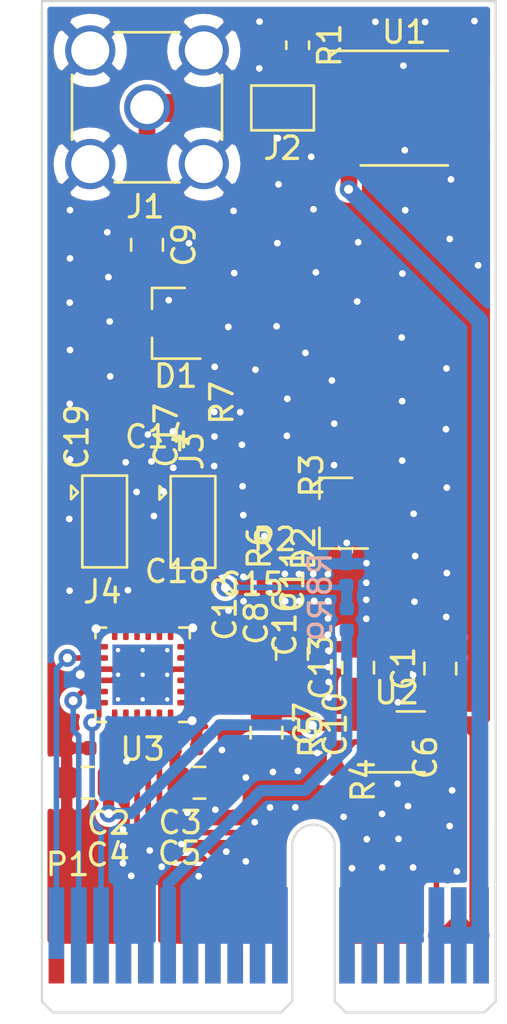
<source format=kicad_pcb>
(kicad_pcb (version 20171130) (host pcbnew 5.1.6)
  (layers (0 F.Cu signal) (31 B.Cu signal) (34 B.Paste user) (35 F.Paste user) (36 B.SilkS user) (37 F.SilkS user) (38 B.Mask user) (39 F.Mask user) (44 Edge.Cuts user))
  (net 0 "")
  (net 1 VCC)
  (net 2 "Net-(C6-Pad2)")
  (net 3 +24V)
  (net 4 VDD)
  (net 5 "Net-(R1-Pad1)")
  (net 6 /DREG)
  (net 7 /AREG)
  (net 8 /IN1P)
  (net 9 /IN1M)
  (net 10 /ENHANCE_AC)
  (net 11 /PPS_ATT)
  (net 12 /IN2P)
  (net 13 /IN2M)
  (net 14 /PPS)
  (net 15 /FSYNC)
  (net 16 /BCLK)
  (net 17 /SDOUT)
  (net 18 /SDA)
  (net 19 /SCL)
  (net 20 /SHDNZ)
  (net 21 GND)
  (net 22 /IEPE_OUT)
  (net 23 "Net-(C9-Pad1)")
  (net 24 "Net-(C12-Pad2)")
  (net 25 "Net-(C14-Pad1)")
  (net 26 "Net-(C15-Pad1)")
  (net 27 /ENHANCE_CH1)
  (net 28 /IEPE_OUT_ATT)
  (net 29 "Net-(J2-Pad1)")
  (net 30 "Net-(R4-Pad1)")
  (module Package_DFN_QFN:Texas_S-PWQFN-N24_EP2.7x2.7mm_ThermalVias (layer F.Cu) (at 137.30946 138.71812 180)
    (fp_text reference U3 (at 0 -3.32) (layer F.SilkS))
    (fp_text value TLV320ADC6140)
    (pad 25 smd rect (at 0 0 180) (size 2.7 2.7) (layers B.Cu) (net 21 GND))
    (pad 25 thru_hole circle (at 1.1 1.1 180) (size 0.5 0.5) (drill 0.2) (layers *.Cu) (net 21 GND))
    (pad 25 thru_hole circle (at 0 1.1 180) (size 0.5 0.5) (drill 0.2) (layers *.Cu) (net 21 GND))
    (pad 25 thru_hole circle (at -1.1 1.1 180) (size 0.5 0.5) (drill 0.2) (layers *.Cu) (net 21 GND))
    (pad 25 thru_hole circle (at 1.1 0 180) (size 0.5 0.5) (drill 0.2) (layers *.Cu) (net 21 GND))
    (pad 25 thru_hole circle (at 0 0 180) (size 0.5 0.5) (drill 0.2) (layers *.Cu) (net 21 GND))
    (pad 25 thru_hole circle (at -1.1 0 180) (size 0.5 0.5) (drill 0.2) (layers *.Cu) (net 21 GND))
    (pad 25 thru_hole circle (at 1.1 -1.1 180) (size 0.5 0.5) (drill 0.2) (layers *.Cu) (net 21 GND))
    (pad 25 thru_hole circle (at 0 -1.1 180) (size 0.5 0.5) (drill 0.2) (layers *.Cu) (net 21 GND))
    (pad 25 thru_hole circle (at -1.1 -1.1 180) (size 0.5 0.5) (drill 0.2) (layers *.Cu) (net 21 GND))
    (pad 25 smd rect (at 0 0 180) (size 2.7 2.7) (layers F.Cu F.Mask) (net 21 GND))
    (pad 24 smd roundrect (at -1.25 -1.9625 180) (size 0.25 0.825) (layers F.Cu F.Paste F.Mask) (net 6 /DREG))
    (pad 23 smd roundrect (at -0.75 -1.9625 180) (size 0.25 0.825) (layers F.Cu F.Paste F.Mask) (net 15 /FSYNC))
    (pad 22 smd roundrect (at -0.25 -1.9625 180) (size 0.25 0.825) (layers F.Cu F.Paste F.Mask) (net 16 /BCLK))
    (pad 21 smd roundrect (at 0.25 -1.9625 180) (size 0.25 0.825) (layers F.Cu F.Paste F.Mask) (net 17 /SDOUT))
    (pad 20 smd roundrect (at 0.75 -1.9625 180) (size 0.25 0.825) (layers F.Cu F.Paste F.Mask))
    (pad 19 smd roundrect (at 1.25 -1.9625 180) (size 0.25 0.825) (layers F.Cu F.Paste F.Mask) (net 4 VDD))
    (pad 18 smd roundrect (at 1.9625 -1.25 180) (size 0.825 0.25) (layers F.Cu F.Paste F.Mask) (net 18 /SDA))
    (pad 17 smd roundrect (at 1.9625 -0.75 180) (size 0.825 0.25) (layers F.Cu F.Paste F.Mask) (net 19 /SCL))
    (pad 16 smd roundrect (at 1.9625 -0.25 180) (size 0.825 0.25) (layers F.Cu F.Paste F.Mask) (net 21 GND))
    (pad 15 smd roundrect (at 1.9625 0.25 180) (size 0.825 0.25) (layers F.Cu F.Paste F.Mask) (net 21 GND))
    (pad 14 smd roundrect (at 1.9625 0.75 180) (size 0.825 0.25) (layers F.Cu F.Paste F.Mask) (net 20 /SHDNZ))
    (pad 13 smd roundrect (at 1.9625 1.25 180) (size 0.825 0.25) (layers F.Cu F.Paste F.Mask))
    (pad 12 smd roundrect (at 1.25 1.9625 180) (size 0.25 0.825) (layers F.Cu F.Paste F.Mask))
    (pad 11 smd roundrect (at 0.75 1.9625 180) (size 0.25 0.825) (layers F.Cu F.Paste F.Mask))
    (pad 10 smd roundrect (at 0.25 1.9625 180) (size 0.25 0.825) (layers F.Cu F.Paste F.Mask))
    (pad 9 smd roundrect (at -0.25 1.9625 180) (size 0.25 0.825) (layers F.Cu F.Paste F.Mask) (net 13 /IN2M))
    (pad 8 smd roundrect (at -0.75 1.9625 180) (size 0.25 0.825) (layers F.Cu F.Paste F.Mask) (net 12 /IN2P))
    (pad 7 smd roundrect (at -1.25 1.9625 180) (size 0.25 0.825) (layers F.Cu F.Paste F.Mask) (net 9 /IN1M))
    (pad 6 smd roundrect (at -1.9625 1.25 180) (size 0.825 0.25) (layers F.Cu F.Paste F.Mask) (net 8 /IN1P))
    (pad 5 smd roundrect (at -1.9625 0.75 180) (size 0.825 0.25) (layers F.Cu F.Paste F.Mask))
    (pad 4 smd roundrect (at -1.9625 0.25 180) (size 0.825 0.25) (layers F.Cu F.Paste F.Mask) (net 21 GND))
    (pad 3 smd roundrect (at -1.9625 -0.25 180) (size 0.825 0.25) (layers F.Cu F.Paste F.Mask) (net 24 "Net-(C12-Pad2)"))
    (pad 2 smd roundrect (at -1.9625 -0.75 180) (size 0.825 0.25) (layers F.Cu F.Paste F.Mask) (net 7 /AREG))
    (pad 1 smd roundrect (at -1.9625 -1.25 180) (size 0.825 0.25) (layers F.Cu F.Paste F.Mask) (net 4 VDD))
  )
  (module Resistor_SMD:R_0603_1608Metric (layer F.Cu) (at 144.2466 110.57626 270)
    (fp_text reference R1 (at 0 -1.43 90) (layer F.SilkS))
    (fp_text value 7)
    (pad 2 smd roundrect (at 0.7875 0 270) (size 0.875 0.95) (layers F.Cu F.Paste F.Mask) (net 29 "Net-(J2-Pad1)"))
    (pad 1 smd roundrect (at -0.7875 0 270) (size 0.875 0.95) (layers F.Cu F.Paste F.Mask) (net 5 "Net-(R1-Pad1)"))
  )
  (module Connector_PCBEdge:BUS_PCIexpress_x1 (layer F.Cu) (at 133.4516 150.368)
    (fp_text reference P1 (at 0.50292 -3.16992) (layer F.SilkS))
    (fp_text value CONN_36_P1.00_PCI)
    (fp_line (start 10.55 -4) (end 10.55 2.95) (layer Edge.Cuts) (width 0.1))
    (fp_line (start 12.45 -4) (end 12.45 2.95) (layer Edge.Cuts) (width 0.1))
    (fp_line (start -0.65 -4.95) (end -0.65 2.95) (layer Edge.Cuts) (width 0.1))
    (fp_line (start -0.15 3.45) (end 10.05 3.45) (layer Edge.Cuts) (width 0.1))
    (fp_line (start 19.65 -4.95) (end 19.65 2.95) (layer Edge.Cuts) (width 0.1))
    (fp_line (start 12.95 3.45) (end 19.15 3.45) (layer Edge.Cuts) (width 0.1))
    (fp_line (start -0.65 2.95) (end -0.15 3.45) (layer Edge.Cuts) (width 0.1))
    (fp_line (start 10.55 2.95) (end 10.05 3.45) (layer Edge.Cuts) (width 0.1))
    (fp_line (start 12.45 2.95) (end 12.95 3.45) (layer Edge.Cuts) (width 0.1))
    (fp_line (start 19.65 2.95) (end 19.15 3.45) (layer Edge.Cuts) (width 0.1))
    (fp_arc (start 11.5 -4) (end 12.45 -4) (angle -180) (layer Edge.Cuts) (width 0.1))
    (pad B1 connect rect (at 0 0) (size 0.7 4.3) (layers F.Cu F.Mask) (net 21 GND))
    (pad B2 connect rect (at 1 0) (size 0.7 4.3) (layers F.Cu F.Mask) (net 21 GND))
    (pad B3 connect rect (at 2 0) (size 0.7 4.3) (layers F.Cu F.Mask) (net 21 GND))
    (pad B4 connect rect (at 3 0) (size 0.7 4.3) (layers F.Cu F.Mask) (net 21 GND))
    (pad B5 connect rect (at 4 0) (size 0.7 4.3) (layers F.Cu F.Mask) (net 17 /SDOUT))
    (pad B6 connect rect (at 5 0) (size 0.7 4.3) (layers F.Cu F.Mask) (net 21 GND))
    (pad B7 connect rect (at 6 0) (size 0.7 4.3) (layers F.Cu F.Mask) (net 21 GND))
    (pad B8 connect rect (at 7 0) (size 0.7 4.3) (layers F.Cu F.Mask) (net 16 /BCLK))
    (pad B9 connect rect (at 8 0) (size 0.7 4.3) (layers F.Cu F.Mask) (net 21 GND))
    (pad B10 connect rect (at 9 0) (size 0.7 4.3) (layers F.Cu F.Mask) (net 21 GND))
    (pad B11 connect rect (at 10 0) (size 0.7 4.3) (layers F.Cu F.Mask) (net 15 /FSYNC))
    (pad B14 connect rect (at 15 0) (size 0.7 4.3) (layers F.Cu F.Mask) (net 21 GND))
    (pad B15 connect rect (at 16 0) (size 0.7 4.3) (layers F.Cu F.Mask) (net 21 GND))
    (pad B16 connect rect (at 17 0) (size 0.7 4.3) (layers F.Cu F.Mask) (net 1 VCC))
    (pad B17 connect rect (at 18 -0.55) (size 0.7 3.2) (layers F.Cu F.Mask) (net 1 VCC))
    (pad B18 connect rect (at 19 0) (size 0.7 4.3) (layers F.Cu F.Mask) (net 1 VCC))
    (pad B12 connect rect (at 13 0) (size 0.7 4.3) (layers F.Cu F.Mask) (net 21 GND))
    (pad B13 connect rect (at 14 0) (size 0.7 4.3) (layers F.Cu F.Mask) (net 21 GND))
    (pad A1 connect rect (at 0 -0.55) (size 0.7 3.2) (layers B.Cu B.Mask) (net 20 /SHDNZ))
    (pad A2 connect rect (at 1 0) (size 0.7 4.3) (layers B.Cu B.Mask) (net 19 /SCL))
    (pad A3 connect rect (at 2 0) (size 0.7 4.3) (layers B.Cu B.Mask) (net 18 /SDA))
    (pad A4 connect rect (at 3 0) (size 0.7 4.3) (layers B.Cu B.Mask) (net 21 GND))
    (pad A5 connect rect (at 4 0) (size 0.7 4.3) (layers B.Cu B.Mask) (net 21 GND))
    (pad A6 connect rect (at 5 0) (size 0.7 4.3) (layers B.Cu B.Mask) (net 14 /PPS))
    (pad A7 connect rect (at 6 0) (size 0.7 4.3) (layers B.Cu B.Mask) (net 21 GND))
    (pad A8 connect rect (at 7 0) (size 0.7 4.3) (layers B.Cu B.Mask) (net 21 GND))
    (pad A9 connect rect (at 8 0) (size 0.7 4.3) (layers B.Cu B.Mask) (net 21 GND))
    (pad A10 connect rect (at 9 0) (size 0.7 4.3) (layers B.Cu B.Mask) (net 21 GND))
    (pad A11 connect rect (at 10 0) (size 0.7 4.3) (layers B.Cu B.Mask) (net 21 GND))
    (pad A14 connect rect (at 15 0) (size 0.7 4.3) (layers B.Cu B.Mask) (net 21 GND))
    (pad A15 connect rect (at 16 0) (size 0.7 4.3) (layers B.Cu B.Mask) (net 21 GND))
    (pad A16 connect rect (at 17 0) (size 0.7 4.3) (layers B.Cu B.Mask) (net 3 +24V))
    (pad A17 connect rect (at 18 0) (size 0.7 4.3) (layers B.Cu B.Mask) (net 3 +24V))
    (pad A18 connect rect (at 19 0) (size 0.7 4.3) (layers B.Cu B.Mask) (net 3 +24V))
    (pad A12 connect rect (at 13 0) (size 0.7 4.3) (layers B.Cu B.Mask) (net 21 GND))
    (pad A13 connect rect (at 14 0) (size 0.7 4.3) (layers B.Cu B.Mask) (net 21 GND))
  )
  (module Package_DFN_QFN:Texas_S-PDSO-N10_EP1.2x2mm (layer F.Cu) (at 148.67824 141.71688)
    (fp_text reference U2 (at 0 -2.2) (layer F.SilkS))
    (fp_text value TPS7A90)
    (pad 11 smd rect (at 0 0) (size 1.2 2) (layers F.Cu F.Mask) (net 21 GND))
    (pad 10 smd roundrect (at 1.2125 -1) (size 0.825 0.25) (layers F.Cu F.Paste F.Mask) (net 1 VCC))
    (pad 9 smd roundrect (at 1.2125 -0.5) (size 0.825 0.25) (layers F.Cu F.Paste F.Mask) (net 1 VCC))
    (pad 8 smd roundrect (at 1.2125 0) (size 0.825 0.25) (layers F.Cu F.Paste F.Mask) (net 2 "Net-(C6-Pad2)"))
    (pad 7 smd roundrect (at 1.2125 0.5) (size 0.825 0.25) (layers F.Cu F.Paste F.Mask) (net 1 VCC))
    (pad 6 smd roundrect (at 1.2125 1) (size 0.825 0.25) (layers F.Cu F.Paste F.Mask) (net 1 VCC))
    (pad 5 smd roundrect (at -1.2125 1) (size 0.825 0.25) (layers F.Cu F.Paste F.Mask))
    (pad 4 smd roundrect (at -1.2125 0.5) (size 0.825 0.25) (layers F.Cu F.Paste F.Mask) (net 21 GND))
    (pad 3 smd roundrect (at -1.2125 0) (size 0.825 0.25) (layers F.Cu F.Paste F.Mask) (net 30 "Net-(R4-Pad1)"))
    (pad 2 smd roundrect (at -1.2125 -0.5) (size 0.825 0.25) (layers F.Cu F.Paste F.Mask) (net 4 VDD))
    (pad 1 smd roundrect (at -1.2125 -1) (size 0.825 0.25) (layers F.Cu F.Paste F.Mask) (net 4 VDD))
  )
  (module Resistor_SMD:R_0402_1005Metric (layer F.Cu) (at 143.69796 133.0222 90)
    (fp_text reference R6 (at 0 -1.17 90) (layer F.SilkS))
    (fp_text value 33.2)
    (pad 2 smd roundrect (at 0.485 0 90) (size 0.59 0.64) (layers F.Cu F.Paste F.Mask) (net 28 /IEPE_OUT_ATT))
    (pad 1 smd roundrect (at -0.485 0 90) (size 0.59 0.64) (layers F.Cu F.Paste F.Mask) (net 26 "Net-(C15-Pad1)"))
  )
  (module Resistor_SMD:R_0402_1005Metric (layer F.Cu) (at 146.00428 141.46036 90)
    (fp_text reference R5 (at 0 -1.17 90) (layer F.SilkS))
    (fp_text value 3.57k)
    (pad 2 smd roundrect (at 0.485 0 90) (size 0.59 0.64) (layers F.Cu F.Paste F.Mask) (net 4 VDD))
    (pad 1 smd roundrect (at -0.485 0 90) (size 0.59 0.64) (layers F.Cu F.Paste F.Mask) (net 30 "Net-(R4-Pad1)"))
  )
  (module Resistor_SMD:R_0402_1005Metric (layer F.Cu) (at 146.00428 143.43112 270)
    (fp_text reference R4 (at 0 -1.17 90) (layer F.SilkS))
    (fp_text value 1.15k)
    (pad 2 smd roundrect (at 0.485 0 270) (size 0.59 0.64) (layers F.Cu F.Paste F.Mask) (net 21 GND))
    (pad 1 smd roundrect (at -0.485 0 270) (size 0.59 0.64) (layers F.Cu F.Paste F.Mask) (net 30 "Net-(R4-Pad1)"))
  )
  (module Resistor_SMD:R_0402_1005Metric (layer F.Cu) (at 143.69796 129.80924 270)
    (fp_text reference R3 (at 0 -1.17 90) (layer F.SilkS))
    (fp_text value 750)
    (pad 2 smd roundrect (at 0.485 0 270) (size 0.59 0.64) (layers F.Cu F.Paste F.Mask) (net 28 /IEPE_OUT_ATT))
    (pad 1 smd roundrect (at -0.485 0 270) (size 0.59 0.64) (layers F.Cu F.Paste F.Mask) (net 21 GND))
  )
  (module Resistor_SMD:R_0402_1005Metric (layer F.Cu) (at 143.21296 131.4958 180)
    (fp_text reference R2 (at 0 -1.17) (layer F.SilkS))
    (fp_text value 1000)
    (pad 2 smd roundrect (at 0.485 0 180) (size 0.59 0.64) (layers F.Cu F.Paste F.Mask) (net 22 /IEPE_OUT))
    (pad 1 smd roundrect (at -0.485 0 180) (size 0.59 0.64) (layers F.Cu F.Paste F.Mask) (net 28 /IEPE_OUT_ATT))
  )
  (module Jumper:SolderJumper-2_P1.3mm_Bridged_Pad1.0x1.5mm (layer F.Cu) (at 143.5712 113.38052 180)
    (fp_text reference J2 (at 0 -1.8) (layer F.SilkS))
    (fp_text value Conn_01x02_Female)
    (fp_poly (pts (xy -0.25 -0.3) (xy 0.25 -0.3) (xy 0.25 0.3) (xy -0.25 0.3)) (layer F.Cu) (width 0))
    (pad 2 smd rect (at 0.65 0 180) (size 1 1.5) (layers F.Cu F.Mask) (net 23 "Net-(C9-Pad1)"))
    (pad 1 smd rect (at -0.65 0 180) (size 1 1.5) (layers F.Cu F.Mask) (net 29 "Net-(J2-Pad1)"))
  )
  (module Capacitor_SMD:C_0402_1005Metric (layer F.Cu) (at 142.17664 133.5024 180)
    (fp_text reference C15 (at 0 -1.17) (layer F.SilkS))
    (fp_text value 200nF)
    (pad 2 smd roundrect (at 0.485 0 180) (size 0.59 0.64) (layers F.Cu F.Paste F.Mask) (net 21 GND))
    (pad 1 smd roundrect (at -0.485 0 180) (size 0.59 0.64) (layers F.Cu F.Paste F.Mask) (net 26 "Net-(C15-Pad1)"))
  )
  (module Capacitor_SMD:C_0805_2012Metric (layer F.Cu) (at 146.94916 138.4023 90)
    (fp_text reference C13 (at 0.01294 -1.65 90) (layer F.SilkS))
    (fp_text value 10uF)
    (pad 2 smd roundrect (at 0.9375 0 90) (size 0.975 1.4) (layers F.Cu F.Paste F.Mask) (net 21 GND))
    (pad 1 smd roundrect (at -0.9375 0 90) (size 0.975 1.4) (layers F.Cu F.Paste F.Mask) (net 4 VDD))
  )
  (module Capacitor_SMD:C_0805_2012Metric (layer F.Cu) (at 137.50544 119.49952 270)
    (fp_text reference C9 (at 0 -1.65 90) (layer F.SilkS))
    (fp_text value 4.7uF)
    (pad 2 smd roundrect (at 0.9375 0 270) (size 0.975 1.4) (layers F.Cu F.Paste F.Mask) (net 22 /IEPE_OUT))
    (pad 1 smd roundrect (at -0.9375 0 270) (size 0.975 1.4) (layers F.Cu F.Paste F.Mask) (net 23 "Net-(C9-Pad1)"))
  )
  (module Capacitor_SMD:C_0402_1005Metric (layer F.Cu) (at 151.13 142.4154 90)
    (fp_text reference C6 (at 0 -1.17 90) (layer F.SilkS))
    (fp_text value 1uF)
    (pad 2 smd roundrect (at 0.485 0 90) (size 0.59 0.64) (layers F.Cu F.Paste F.Mask) (net 2 "Net-(C6-Pad2)"))
    (pad 1 smd roundrect (at -0.485 0 90) (size 0.59 0.64) (layers F.Cu F.Paste F.Mask) (net 21 GND))
  )
  (module Capacitor_SMD:C_0805_2012Metric (layer F.Cu) (at 150.62708 138.44246 90)
    (fp_text reference C1 (at 0 -1.65 90) (layer F.SilkS))
    (fp_text value 10uF)
    (pad 2 smd roundrect (at 0.9375 0 90) (size 0.975 1.4) (layers F.Cu F.Paste F.Mask) (net 21 GND))
    (pad 1 smd roundrect (at -0.9375 0 90) (size 0.975 1.4) (layers F.Cu F.Paste F.Mask) (net 1 VCC))
  )
  (module Package_TO_SOT_SMD:SOT-23 (layer F.Cu) (at 138.4902 123.00712 180)
    (fp_text reference D1 (at -0.3048 -2.3622) (layer F.SilkS))
    (fp_text value BAT54S)
    (pad 3 smd rect (at 1 0 180) (size 0.9 0.8) (layers F.Cu F.Paste F.Mask) (net 22 /IEPE_OUT))
    (pad 2 smd rect (at -1 0.95 180) (size 0.9 0.8) (layers F.Cu F.Paste F.Mask) (net 4 VDD))
    (pad 1 smd rect (at -1 -0.95 180) (size 0.9 0.8) (layers F.Cu F.Paste F.Mask) (net 21 GND))
  )
  (module Connector_Coaxial:SMA_Amphenol_901-144_Vertical (layer F.Cu) (at 137.50544 113.35004)
    (fp_text reference J1 (at -0.0762 4.445) (layer F.SilkS))
    (fp_text value Conn_Coaxial_inv)
    (pad 1 thru_hole circle (at 0 0) (size 2.05 2.05) (drill 1.5) (layers *.Cu *.Mask) (net 23 "Net-(C9-Pad1)"))
    (pad 2 thru_hole circle (at 2.54 2.54) (size 2.25 2.25) (drill 1.7) (layers *.Cu *.Mask) (net 21 GND))
    (pad 2 thru_hole circle (at 2.54 -2.54) (size 2.25 2.25) (drill 1.7) (layers *.Cu *.Mask) (net 21 GND))
    (pad 2 thru_hole circle (at -2.54 -2.54) (size 2.25 2.25) (drill 1.7) (layers *.Cu *.Mask) (net 21 GND))
    (pad 2 thru_hole circle (at -2.54 2.54) (size 2.25 2.25) (drill 1.7) (layers *.Cu *.Mask) (net 21 GND))
  )
  (module Capacitor_SMD:C_0402_1005Metric (layer F.Cu) (at 135.4352 141.99616)
    (fp_text reference C2 (at 0.3532 3.3528) (layer F.SilkS))
    (fp_text value 0.1uF)
    (pad 2 smd roundrect (at 0.485 0) (size 0.59 0.64) (layers F.Cu F.Paste F.Mask) (net 4 VDD))
    (pad 1 smd roundrect (at -0.485 0) (size 0.59 0.64) (layers F.Cu F.Paste F.Mask) (net 21 GND))
  )
  (module Capacitor_SMD:C_0402_1005Metric (layer F.Cu) (at 139.2452 141.99616 180)
    (fp_text reference C3 (at 0.2564 -3.3274) (layer F.SilkS))
    (fp_text value 0.1uF)
    (pad 2 smd roundrect (at 0.485 0 180) (size 0.59 0.64) (layers F.Cu F.Paste F.Mask) (net 6 /DREG))
    (pad 1 smd roundrect (at -0.485 0 180) (size 0.59 0.64) (layers F.Cu F.Paste F.Mask) (net 21 GND))
  )
  (module Capacitor_SMD:C_0805_2012Metric (layer F.Cu) (at 134.8509 143.54556 180)
    (fp_text reference C4 (at -0.9121 -3.2258) (layer F.SilkS))
    (fp_text value 10uF)
    (pad 2 smd roundrect (at 0.9375 0 180) (size 0.975 1.4) (layers F.Cu F.Paste F.Mask) (net 21 GND))
    (pad 1 smd roundrect (at -0.9375 0 180) (size 0.975 1.4) (layers F.Cu F.Paste F.Mask) (net 4 VDD))
  )
  (module Capacitor_SMD:C_0805_2012Metric (layer F.Cu) (at 139.8501 143.54556)
    (fp_text reference C5 (at -0.8867 3.1496) (layer F.SilkS))
    (fp_text value 10uF)
    (pad 2 smd roundrect (at 0.9375 0) (size 0.975 1.4) (layers F.Cu F.Paste F.Mask) (net 21 GND))
    (pad 1 smd roundrect (at -0.9375 0) (size 0.975 1.4) (layers F.Cu F.Paste F.Mask) (net 6 /DREG))
  )
  (module Capacitor_SMD:C_0402_1005Metric (layer F.Cu) (at 140.9192 140.67296 90)
    (fp_text reference C7 (at -0.231 3.683 90) (layer F.SilkS))
    (fp_text value 0.1uF)
    (pad 2 smd roundrect (at 0.485 0 90) (size 0.59 0.64) (layers F.Cu F.Paste F.Mask) (net 4 VDD))
    (pad 1 smd roundrect (at -0.485 0 90) (size 0.59 0.64) (layers F.Cu F.Paste F.Mask) (net 21 GND))
  )
  (module Capacitor_SMD:C_0402_1005Metric (layer F.Cu) (at 142.367 138.38696 270)
    (fp_text reference C8 (at -1.9788 -0.0254 90) (layer F.SilkS))
    (fp_text value 0.1uF)
    (pad 2 smd roundrect (at 0.485 0 270) (size 0.59 0.64) (layers F.Cu F.Paste F.Mask) (net 7 /AREG))
    (pad 1 smd roundrect (at -0.485 0 270) (size 0.59 0.64) (layers F.Cu F.Paste F.Mask) (net 21 GND))
  )
  (module Capacitor_SMD:C_0805_2012Metric (layer F.Cu) (at 142.8496 141.30806 270)
    (fp_text reference C10 (at -0.3787 -3.0734 90) (layer F.SilkS))
    (fp_text value 1uF)
    (pad 2 smd roundrect (at 0.9375 0 270) (size 0.975 1.4) (layers F.Cu F.Paste F.Mask) (net 21 GND))
    (pad 1 smd roundrect (at -0.9375 0 270) (size 0.975 1.4) (layers F.Cu F.Paste F.Mask) (net 4 VDD))
  )
  (module Capacitor_SMD:C_0402_1005Metric (layer F.Cu) (at 137.97012 126.90856 180)
    (fp_text reference C14 (at 0 -1.17) (layer F.SilkS))
    (fp_text value 200nF)
    (pad 2 smd roundrect (at 0.485 0 180) (size 0.59 0.64) (layers F.Cu F.Paste F.Mask) (net 21 GND))
    (pad 1 smd roundrect (at -0.485 0 180) (size 0.59 0.64) (layers F.Cu F.Paste F.Mask) (net 25 "Net-(C14-Pad1)"))
  )
  (module Capacitor_SMD:C_0805_2012Metric (layer F.Cu) (at 143.9926 137.78206 90)
    (fp_text reference C11 (at 3.3043 0.0254 90) (layer F.SilkS))
    (fp_text value 10uF)
    (pad 2 smd roundrect (at 0.9375 0 90) (size 0.975 1.4) (layers F.Cu F.Paste F.Mask) (net 21 GND))
    (pad 1 smd roundrect (at -0.9375 0 90) (size 0.975 1.4) (layers F.Cu F.Paste F.Mask) (net 7 /AREG))
  )
  (module Capacitor_SMD:C_0402_1005Metric (layer F.Cu) (at 140.9192 138.29016 270)
    (fp_text reference C12 (at -2.5424 -0.0762 90) (layer F.SilkS))
    (fp_text value 1uF)
    (pad 2 smd roundrect (at 0.485 0 270) (size 0.59 0.64) (layers F.Cu F.Paste F.Mask) (net 24 "Net-(C12-Pad2)"))
    (pad 1 smd roundrect (at -0.485 0 270) (size 0.59 0.64) (layers F.Cu F.Paste F.Mask) (net 21 GND))
  )
  (module Capacitor_SMD:C_0402_1005Metric (layer F.Cu) (at 139.2428 135.39216)
    (fp_text reference C18 (at -0.3834 -1.2954) (layer F.SilkS))
    (fp_text value 1uF)
    (pad 2 smd roundrect (at 0.485 0) (size 0.59 0.64) (layers F.Cu F.Paste F.Mask) (net 21 GND))
    (pad 1 smd roundrect (at -0.485 0) (size 0.59 0.64) (layers F.Cu F.Paste F.Mask) (net 9 /IN1M))
  )
  (module Resistor_SMD:R_0402_1005Metric (layer F.Cu) (at 139.58316 126.42836 90)
    (fp_text reference R7 (at -0.1294 1.27 90) (layer F.SilkS))
    (fp_text value 33.2)
    (pad 2 smd roundrect (at 0.485 0 90) (size 0.59 0.64) (layers F.Cu F.Paste F.Mask) (net 22 /IEPE_OUT))
    (pad 1 smd roundrect (at -0.485 0 90) (size 0.59 0.64) (layers F.Cu F.Paste F.Mask) (net 25 "Net-(C14-Pad1)"))
  )
  (module Resistor_SMD:R_0402_1005Metric (layer B.Cu) (at 146.42084 134.23632 270)
    (fp_text reference R8 (at 0 1.17 90) (layer B.SilkS) (effects (justify mirror)))
    (fp_text value 2k)
    (pad 2 smd roundrect (at 0.485 0 270) (size 0.59 0.64) (layers B.Cu B.Paste B.Mask) (net 11 /PPS_ATT))
    (pad 1 smd roundrect (at -0.485 0 270) (size 0.59 0.64) (layers B.Cu B.Paste B.Mask) (net 21 GND))
  )
  (module Resistor_SMD:R_0402_1005Metric (layer B.Cu) (at 146.44116 136.248 270)
    (fp_text reference R9 (at 0 1.17 270) (layer B.SilkS) (effects (justify mirror)))
    (fp_text value 2k)
    (pad 2 smd roundrect (at 0.485 0 270) (size 0.59 0.64) (layers B.Cu B.Paste B.Mask) (net 14 /PPS))
    (pad 1 smd roundrect (at -0.485 0 270) (size 0.59 0.64) (layers B.Cu B.Paste B.Mask) (net 11 /PPS_ATT))
  )
  (module Package_SO:SOIC-8_3.9x4.9mm_P1.27mm (layer F.Cu) (at 149.01546 113.3886)
    (fp_text reference U1 (at 0 -3.4) (layer F.SilkS))
    (fp_text value LM334M)
    (pad 1 smd roundrect (at -2.475 -1.905) (size 1.95 0.6) (layers F.Cu F.Paste F.Mask) (net 5 "Net-(R1-Pad1)"))
    (pad 2 smd roundrect (at -2.475 -0.635) (size 1.95 0.6) (layers F.Cu F.Paste F.Mask) (net 29 "Net-(J2-Pad1)"))
    (pad 3 smd roundrect (at -2.475 0.635) (size 1.95 0.6) (layers F.Cu F.Paste F.Mask) (net 29 "Net-(J2-Pad1)"))
    (pad 4 smd roundrect (at -2.475 1.905) (size 1.95 0.6) (layers F.Cu F.Paste F.Mask) (net 3 +24V))
    (pad 5 smd roundrect (at 2.475 1.905) (size 1.95 0.6) (layers F.Cu F.Paste F.Mask))
    (pad 6 smd roundrect (at 2.475 0.635) (size 1.95 0.6) (layers F.Cu F.Paste F.Mask) (net 29 "Net-(J2-Pad1)"))
    (pad 7 smd roundrect (at 2.475 -0.635) (size 1.95 0.6) (layers F.Cu F.Paste F.Mask) (net 29 "Net-(J2-Pad1)"))
    (pad 8 smd roundrect (at 2.475 -1.905) (size 1.95 0.6) (layers F.Cu F.Paste F.Mask))
  )
  (module Jumper:SolderJumper-3_P1.3mm_Open_Pad1.0x1.5mm (layer F.Cu) (at 139.56284 131.88696 270)
    (fp_text reference J3 (at -3.1704 0.0508 90) (layer F.SilkS))
    (fp_text value Conn_01x03_Female)
    (pad 1 smd rect (at -1.3 0 270) (size 1 1.5) (layers F.Cu F.Mask) (net 27 /ENHANCE_CH1))
    (pad 2 smd rect (at 0 0 270) (size 1 1.5) (layers F.Cu F.Mask) (net 12 /IN2P))
    (pad 3 smd rect (at 1.3 0 270) (size 1 1.5) (layers F.Cu F.Mask) (net 11 /PPS_ATT))
  )
  (module Capacitor_SMD:C_0402_1005Metric (layer F.Cu) (at 142.40256 136.294 270)
    (fp_text reference C16 (at 0.15 -1.27 90) (layer F.SilkS))
    (fp_text value 1uF)
    (pad 2 smd roundrect (at 0.485 0 270) (size 0.59 0.64) (layers F.Cu F.Paste F.Mask) (net 8 /IN1P))
    (pad 1 smd roundrect (at -0.485 0 270) (size 0.59 0.64) (layers F.Cu F.Paste F.Mask) (net 26 "Net-(C15-Pad1)"))
  )
  (module Package_TO_SOT_SMD:SOT-23 (layer F.Cu) (at 145.97964 131.49576 180)
    (fp_text reference D2 (at 1.4732 -1.5748 270) (layer F.SilkS))
    (fp_text value BAT54S)
    (pad 3 smd rect (at 1 0 180) (size 0.9 0.8) (layers F.Cu F.Paste F.Mask) (net 28 /IEPE_OUT_ATT))
    (pad 2 smd rect (at -1 0.95 180) (size 0.9 0.8) (layers F.Cu F.Paste F.Mask) (net 4 VDD))
    (pad 1 smd rect (at -1 -0.95 180) (size 0.9 0.8) (layers F.Cu F.Paste F.Mask) (net 21 GND))
  )
  (module Capacitor_SMD:C_0402_1005Metric (layer F.Cu) (at 139.57808 128.4502 270)
    (fp_text reference C17 (at -0.4342 1.2192 90) (layer F.SilkS))
    (fp_text value 1uF)
    (pad 2 smd roundrect (at 0.485 0 270) (size 0.59 0.64) (layers F.Cu F.Paste F.Mask) (net 27 /ENHANCE_CH1))
    (pad 1 smd roundrect (at -0.485 0 270) (size 0.59 0.64) (layers F.Cu F.Paste F.Mask) (net 25 "Net-(C14-Pad1)"))
  )
  (module Capacitor_SMD:C_0402_1005Metric (layer F.Cu) (at 135.6106 128.54192 90)
    (fp_text reference C19 (at 0.4596 -1.2446 90) (layer F.SilkS))
    (fp_text value 1uF)
    (pad 2 smd roundrect (at 0.485 0 90) (size 0.59 0.64) (layers F.Cu F.Paste F.Mask) (net 21 GND))
    (pad 1 smd roundrect (at -0.485 0 90) (size 0.59 0.64) (layers F.Cu F.Paste F.Mask) (net 10 /ENHANCE_AC))
  )
  (module Jumper:SolderJumper-3_P1.3mm_Open_Pad1.0x1.5mm (layer F.Cu) (at 135.6106 131.86616 270)
    (fp_text reference J4 (at 3.145 0.1016 180) (layer F.SilkS))
    (fp_text value Conn_01x03_Female)
    (pad 1 smd rect (at -1.3 0 270) (size 1 1.5) (layers F.Cu F.Mask) (net 10 /ENHANCE_AC))
    (pad 2 smd rect (at 0 0 270) (size 1 1.5) (layers F.Cu F.Mask) (net 13 /IN2M))
    (pad 3 smd rect (at 1.3 0 270) (size 1 1.5) (layers F.Cu F.Mask) (net 21 GND))
  )
  (gr_line (start 153.10104 108.60532) (end 132.80104 108.60532) (layer Edge.Cuts) (width 0.1))
  (gr_line (start 153.10104 145.40992) (end 153.10104 108.60532) (layer Edge.Cuts) (width 0.1))
  (gr_line (start 132.80136 145.415) (end 132.80104 108.60532) (layer Edge.Cuts) (width 0.1))
  (via (at 150.89124 136.13384) (size 0.5) (drill 0.3) (layers F.Cu B.Cu) (net 21))
  (segment (start 149.89074 141.21688) (end 149.89074 140.94994) (width 0.25) (layer F.Cu) (net 1))
  (segment (start 149.89074 140.94994) (end 149.89074 140.71688) (width 0.25) (layer F.Cu) (net 1))
  (segment (start 149.89074 142.21688) (end 149.89074 142.71688) (width 0.25) (layer F.Cu) (net 1))
  (segment (start 152.0016 150.368) (end 151.4516 149.818) (width 0.75) (layer F.Cu) (net 1))
  (segment (start 152.4516 150.368) (end 152.0016 150.368) (width 0.75) (layer F.Cu) (net 1))
  (segment (start 151.4516 149.818) (end 151.43616 149.818) (width 0.75) (layer F.Cu) (net 1))
  (segment (start 150.88616 150.368) (end 150.4516 150.368) (width 0.75) (layer F.Cu) (net 1))
  (segment (start 151.43616 149.818) (end 150.88616 150.368) (width 0.75) (layer F.Cu) (net 1))
  (segment (start 152.30348 150.21988) (end 152.4516 150.368) (width 0.75) (layer F.Cu) (net 1))
  (segment (start 152.30348 141.27988) (end 152.30348 150.21988) (width 0.75) (layer F.Cu) (net 1))
  (segment (start 151.97354 140.94994) (end 152.30348 141.27988) (width 0.75) (layer F.Cu) (net 1))
  (segment (start 149.89074 142.71688) (end 149.89074 147.0053) (width 0.25) (layer F.Cu) (net 1))
  (segment (start 150.4516 147.56616) (end 150.4516 150.368) (width 0.25) (layer F.Cu) (net 1))
  (segment (start 149.89074 147.0053) (end 150.4516 147.56616) (width 0.25) (layer F.Cu) (net 1))
  (segment (start 150.62708 140.9446) (end 150.63242 140.94994) (width 0.75) (layer F.Cu) (net 1))
  (segment (start 150.63242 140.94994) (end 151.97354 140.94994) (width 0.75) (layer F.Cu) (net 1))
  (segment (start 149.89074 140.94994) (end 150.63242 140.94994) (width 0.75) (layer F.Cu) (net 1))
  (segment (start 150.62708 139.37996) (end 150.63216 140.55852) (width 1) (layer F.Cu) (net 1))
  (segment (start 150.91648 141.71688) (end 151.13 141.9304) (width 0.25) (layer F.Cu) (net 2))
  (segment (start 149.89074 141.71688) (end 150.91648 141.71688) (width 0.25) (layer F.Cu) (net 2))
  (via (at 146.52244 117.0178) (size 0.8) (drill 0.4) (layers F.Cu B.Cu) (net 3))
  (segment (start 146.54046 116.99978) (end 146.52244 117.0178) (width 0.75) (layer F.Cu) (net 3))
  (segment (start 146.54046 115.2936) (end 146.54046 116.99978) (width 0.75) (layer F.Cu) (net 3))
  (segment (start 150.4516 150.368) (end 151.4516 150.368) (width 0.75) (layer B.Cu) (net 3))
  (segment (start 151.4516 150.368) (end 152.4516 150.368) (width 0.75) (layer B.Cu) (net 3))
  (segment (start 152.4 122.95632) (end 152.4 150.32228) (width 0.75) (layer B.Cu) (net 3))
  (segment (start 152.4 122.89536) (end 152.4 122.95632) (width 0.5) (layer B.Cu) (net 3))
  (segment (start 146.52244 117.0178) (end 152.4 122.89536) (width 0.75) (layer B.Cu) (net 3))
  (segment (start 147.4516 150.368) (end 148.4516 150.368) (width 0.5) (layer B.Cu) (net 21))
  (segment (start 146.53768 112.72012) (end 151.48768 112.72012) (width 0.5) (layer F.Cu) (net 29))
  (segment (start 146.52544 113.9444) (end 151.47544 113.9444) (width 0.75) (layer F.Cu) (net 29))
  (segment (start 138.65946 138.46812) (end 138.40946 138.71812) (width 0.25) (layer F.Cu) (net 21))
  (segment (start 139.27196 138.46812) (end 138.65946 138.46812) (width 0.25) (layer F.Cu) (net 21))
  (segment (start 140.5992 137.80516) (end 140.9192 137.80516) (width 0.25) (layer F.Cu) (net 21))
  (segment (start 139.93624 138.46812) (end 140.5992 137.80516) (width 0.25) (layer F.Cu) (net 21))
  (segment (start 139.27196 138.46812) (end 139.93624 138.46812) (width 0.25) (layer F.Cu) (net 21))
  (segment (start 136.05946 141.8569) (end 135.9202 141.99616) (width 0.25) (layer F.Cu) (net 4))
  (segment (start 135.9202 143.41376) (end 135.7884 143.54556) (width 0.25) (layer F.Cu) (net 4))
  (segment (start 146.00806 140.97158) (end 146.00428 140.97536) (width 0.5) (layer F.Cu) (net 4))
  (segment (start 147.46574 140.97158) (end 146.00806 140.97158) (width 0.5) (layer F.Cu) (net 4))
  (segment (start 147.46574 140.71688) (end 147.46574 140.97158) (width 0.25) (layer F.Cu) (net 4))
  (segment (start 147.46574 140.97158) (end 147.46574 141.21688) (width 0.25) (layer F.Cu) (net 4))
  (segment (start 145.99948 140.98016) (end 146.00428 140.97536) (width 0.5) (layer F.Cu) (net 4))
  (segment (start 142.667 140.18796) (end 142.8496 140.37056) (width 0.25) (layer F.Cu) (net 4))
  (segment (start 135.9202 141.99616) (end 135.9202 143.41376) (width 0.5) (layer F.Cu) (net 4))
  (segment (start 136.05946 140.68062) (end 136.05946 141.8569) (width 0.25) (layer F.Cu) (net 4))
  (segment (start 139.27196 139.96812) (end 140.69936 139.96812) (width 0.25) (layer F.Cu) (net 4))
  (segment (start 140.69936 139.96812) (end 140.9192 140.18796) (width 0.25) (layer F.Cu) (net 4))
  (segment (start 140.9192 140.18796) (end 142.667 140.18796) (width 0.5) (layer F.Cu) (net 4))
  (segment (start 146.94916 139.3398) (end 146.96948 140.72108) (width 1) (layer F.Cu) (net 4))
  (segment (start 146.00428 140.97536) (end 144.9022 140.97536) (width 0.5) (layer F.Cu) (net 4))
  (segment (start 144.2974 140.37056) (end 142.8496 140.37056) (width 0.5) (layer F.Cu) (net 4))
  (segment (start 144.9022 140.97536) (end 144.2974 140.37056) (width 0.5) (layer F.Cu) (net 4))
  (segment (start 146.97964 130.54576) (end 147.80252 130.54576) (width 0.5) (layer F.Cu) (net 4))
  (segment (start 147.80252 130.54576) (end 148.46808 131.21132) (width 0.5) (layer F.Cu) (net 4))
  (segment (start 148.46808 131.21132) (end 148.46808 139.01928) (width 0.5) (layer F.Cu) (net 4))
  (segment (start 148.14756 139.3398) (end 146.94916 139.3398) (width 0.5) (layer F.Cu) (net 4))
  (segment (start 148.46808 139.01928) (end 148.14756 139.3398) (width 0.5) (layer F.Cu) (net 4))
  (via (at 144.9022 140.97536) (size 0.8) (drill 0.4) (layers F.Cu B.Cu) (net 4))
  (via (at 135.7884 144.92224) (size 0.8) (drill 0.4) (layers F.Cu B.Cu) (net 4))
  (segment (start 135.7884 144.92224) (end 135.7884 143.54556) (width 0.5) (layer F.Cu) (net 4))
  (segment (start 140.7414 140.98016) (end 136.79452 144.92704) (width 0.5) (layer B.Cu) (net 4))
  (segment (start 139.4902 122.05712) (end 143.9316 122.05712) (width 0.75) (layer F.Cu) (net 4))
  (segment (start 146.97964 125.10516) (end 146.97964 130.54576) (width 0.75) (layer F.Cu) (net 4))
  (segment (start 143.9316 122.05712) (end 146.97964 125.10516) (width 0.75) (layer F.Cu) (net 4))
  (segment (start 144.9022 140.97536) (end 140.7414 140.95476) (width 0.5) (layer B.Cu) (net 4))
  (segment (start 136.78972 144.92224) (end 136.79452 144.92704) (width 0.5) (layer B.Cu) (net 4))
  (segment (start 135.7884 144.92224) (end 136.78972 144.92224) (width 0.5) (layer B.Cu) (net 4))
  (segment (start 144.2466 109.78876) (end 145.91264 109.78876) (width 0.75) (layer F.Cu) (net 5))
  (segment (start 146.54046 110.41658) (end 146.54046 111.4836) (width 0.75) (layer F.Cu) (net 5))
  (segment (start 145.91264 109.78876) (end 146.54046 110.41658) (width 0.75) (layer F.Cu) (net 5))
  (segment (start 138.55946 141.79542) (end 138.7602 141.99616) (width 0.25) (layer F.Cu) (net 6))
  (segment (start 138.55946 140.68062) (end 138.55946 141.79542) (width 0.25) (layer F.Cu) (net 6))
  (segment (start 138.7602 143.39316) (end 138.9126 143.54556) (width 0.25) (layer F.Cu) (net 6))
  (segment (start 138.7602 141.99616) (end 138.7602 143.39316) (width 0.5) (layer F.Cu) (net 6))
  (segment (start 141.77084 139.46812) (end 142.367 138.87196) (width 0.25) (layer F.Cu) (net 7))
  (segment (start 139.27196 139.46812) (end 141.77084 139.46812) (width 0.25) (layer F.Cu) (net 7))
  (segment (start 143.8402 138.87196) (end 143.9926 138.71956) (width 0.25) (layer F.Cu) (net 7))
  (segment (start 142.367 138.87196) (end 143.8402 138.87196) (width 0.5) (layer F.Cu) (net 7))
  (segment (start 140.79728 136.779) (end 142.40256 136.779) (width 0.25) (layer F.Cu) (net 8))
  (segment (start 140.10816 137.46812) (end 140.79728 136.779) (width 0.25) (layer F.Cu) (net 8))
  (segment (start 139.27196 137.46812) (end 140.10816 137.46812) (width 0.25) (layer F.Cu) (net 8))
  (segment (start 140.72624 138.96812) (end 140.9192 138.77516) (width 0.25) (layer F.Cu) (net 24))
  (segment (start 139.27196 138.96812) (end 140.72624 138.96812) (width 0.25) (layer F.Cu) (net 24))
  (segment (start 138.55946 135.5675) (end 138.9126 135.21436) (width 0.25) (layer F.Cu) (net 9))
  (segment (start 138.55946 136.75562) (end 138.55946 135.5675) (width 0.25) (layer F.Cu) (net 9))
  (segment (start 135.60044 130.57632) (end 135.6106 130.56616) (width 0.75) (layer F.Cu) (net 10))
  (segment (start 135.6106 129.02692) (end 135.6106 130.56616) (width 0.5) (layer F.Cu) (net 10))
  (segment (start 146.44116 134.74164) (end 146.42084 134.72132) (width 0.5) (layer B.Cu) (net 11))
  (segment (start 146.44116 135.763) (end 146.44116 134.74164) (width 0.5) (layer B.Cu) (net 11))
  (via (at 141.01064 134.8232) (size 0.8) (drill 0.4) (layers F.Cu B.Cu) (net 11))
  (segment (start 139.56284 133.18696) (end 139.59792 133.18696) (width 0.25) (layer F.Cu) (net 11))
  (segment (start 146.36016 134.66064) (end 146.42084 134.72132) (width 0.25) (layer B.Cu) (net 11))
  (segment (start 141.05636 134.81304) (end 146.34492 134.81304) (width 0.25) (layer B.Cu) (net 11))
  (segment (start 139.56284 133.3754) (end 141.01064 134.8232) (width 0.25) (layer F.Cu) (net 11))
  (segment (start 139.56284 133.18696) (end 139.56284 133.3754) (width 0.25) (layer F.Cu) (net 11))
  (segment (start 138.05946 136.75562) (end 138.05946 132.32354) (width 0.25) (layer F.Cu) (net 12))
  (segment (start 138.49604 131.88696) (end 139.56284 131.88696) (width 0.25) (layer F.Cu) (net 12))
  (segment (start 138.05946 132.32354) (end 138.49604 131.88696) (width 0.25) (layer F.Cu) (net 12))
  (segment (start 135.6106 131.86616) (end 137.0376 131.86616) (width 0.25) (layer F.Cu) (net 13))
  (segment (start 137.55946 132.38802) (end 137.55946 136.75562) (width 0.25) (layer F.Cu) (net 13))
  (segment (start 137.0376 131.86616) (end 137.55946 132.38802) (width 0.25) (layer F.Cu) (net 13))
  (segment (start 138.4516 148.057998) (end 142.618598 143.891) (width 0.5) (layer B.Cu) (net 14))
  (segment (start 138.4516 150.368) (end 138.4516 148.057998) (width 0.5) (layer B.Cu) (net 14))
  (segment (start 142.618598 143.891) (end 144.5768 143.891) (width 0.5) (layer B.Cu) (net 14))
  (segment (start 146.44116 142.02664) (end 146.44116 136.733) (width 0.5) (layer B.Cu) (net 14))
  (segment (start 144.5768 143.891) (end 146.44116 142.02664) (width 0.5) (layer B.Cu) (net 14))
  (segment (start 138.05946 140.68062) (end 138.05946 145.02922) (width 0.25) (layer F.Cu) (net 15))
  (segment (start 138.05946 145.02922) (end 138.80592 145.77568) (width 0.25) (layer F.Cu) (net 15))
  (segment (start 138.80592 145.77568) (end 142.98168 145.77568) (width 0.25) (layer F.Cu) (net 15))
  (segment (start 142.98168 145.77568) (end 143.4516 146.2456) (width 0.25) (layer F.Cu) (net 15))
  (segment (start 143.4516 146.2456) (end 143.4516 150.368) (width 0.25) (layer F.Cu) (net 15))
  (segment (start 137.55946 140.68062) (end 137.55946 145.68238) (width 0.25) (layer F.Cu) (net 16))
  (segment (start 137.55946 145.68238) (end 138.81608 146.939) (width 0.25) (layer F.Cu) (net 16))
  (segment (start 138.81608 146.939) (end 140.04036 146.939) (width 0.25) (layer F.Cu) (net 16))
  (segment (start 140.4516 147.35024) (end 140.4516 150.368) (width 0.25) (layer F.Cu) (net 16))
  (segment (start 140.04036 146.939) (end 140.4516 147.35024) (width 0.25) (layer F.Cu) (net 16))
  (segment (start 137.05946 140.68062) (end 137.05946 146.91466) (width 0.25) (layer F.Cu) (net 17))
  (segment (start 137.4516 147.3068) (end 137.4516 150.368) (width 0.25) (layer F.Cu) (net 17))
  (segment (start 137.05946 146.91466) (end 137.4516 147.3068) (width 0.25) (layer F.Cu) (net 17))
  (via (at 135.0518 140.85316) (size 0.8) (drill 0.4) (layers F.Cu B.Cu) (net 18))
  (segment (start 135.34696 140.558) (end 135.0518 140.85316) (width 0.25) (layer F.Cu) (net 18))
  (segment (start 135.34696 139.96812) (end 135.34696 140.558) (width 0.25) (layer F.Cu) (net 18))
  (segment (start 135.4516 145.658442) (end 135.4516 150.368) (width 0.25) (layer B.Cu) (net 18))
  (segment (start 135.0518 145.258642) (end 135.4516 145.658442) (width 0.25) (layer B.Cu) (net 18))
  (segment (start 135.0518 140.85316) (end 135.0518 145.258642) (width 0.25) (layer B.Cu) (net 18))
  (segment (start 134.22884 150.14524) (end 134.4516 150.368) (width 0.25) (layer B.Cu) (net 19))
  (via (at 134.20344 139.8778) (size 0.8) (drill 0.4) (layers F.Cu B.Cu) (net 19))
  (segment (start 134.61312 139.46812) (end 134.20344 139.8778) (width 0.25) (layer F.Cu) (net 19))
  (segment (start 135.34696 139.46812) (end 134.61312 139.46812) (width 0.25) (layer F.Cu) (net 19))
  (segment (start 134.20344 139.8778) (end 134.20344 141.20876) (width 0.25) (layer B.Cu) (net 19))
  (segment (start 134.4516 141.45692) (end 134.4516 150.368) (width 0.25) (layer B.Cu) (net 19))
  (segment (start 134.20344 141.20876) (end 134.4516 141.45692) (width 0.25) (layer B.Cu) (net 19))
  (via (at 133.94436 137.96772) (size 0.8) (drill 0.4) (layers F.Cu B.Cu) (net 20))
  (segment (start 133.94476 137.96812) (end 133.94436 137.96772) (width 0.25) (layer F.Cu) (net 20))
  (segment (start 135.34696 137.96812) (end 133.94476 137.96812) (width 0.25) (layer F.Cu) (net 20))
  (segment (start 133.4516 138.46048) (end 133.94436 137.96772) (width 0.25) (layer B.Cu) (net 20))
  (segment (start 133.4516 149.818) (end 133.4516 138.46048) (width 0.25) (layer B.Cu) (net 20))
  (segment (start 142.4516 150.368) (end 141.4516 150.368) (width 0.75) (layer F.Cu) (net 21))
  (segment (start 139.4516 150.368) (end 138.4516 150.368) (width 0.75) (layer F.Cu) (net 21))
  (segment (start 136.4516 150.368) (end 135.4516 150.368) (width 0.75) (layer F.Cu) (net 21))
  (segment (start 135.4516 150.368) (end 134.4516 150.368) (width 0.75) (layer F.Cu) (net 21))
  (segment (start 134.4516 150.368) (end 133.4516 150.368) (width 0.75) (layer F.Cu) (net 21))
  (segment (start 149.4516 150.368) (end 148.4516 150.368) (width 0.75) (layer F.Cu) (net 21))
  (segment (start 148.4516 150.368) (end 147.4516 150.368) (width 0.75) (layer F.Cu) (net 21))
  (segment (start 147.4516 150.368) (end 146.52661 150.368) (width 0.75) (layer F.Cu) (net 21))
  (segment (start 142.4516 150.368) (end 143.37659 150.368) (width 0.75) (layer B.Cu) (net 21))
  (segment (start 142.4516 150.368) (end 141.4516 150.368) (width 0.75) (layer B.Cu) (net 21))
  (segment (start 141.4516 150.368) (end 140.4516 150.368) (width 0.75) (layer B.Cu) (net 21))
  (segment (start 140.4516 150.368) (end 139.4516 150.368) (width 0.75) (layer B.Cu) (net 21))
  (segment (start 137.4516 150.368) (end 136.4516 150.368) (width 0.75) (layer B.Cu) (net 21))
  (segment (start 135.95946 138.46812) (end 136.20946 138.71812) (width 0.25) (layer F.Cu) (net 21))
  (segment (start 135.34696 138.46812) (end 135.95946 138.46812) (width 0.25) (layer F.Cu) (net 21))
  (segment (start 135.95946 138.96812) (end 136.20946 138.71812) (width 0.25) (layer F.Cu) (net 21))
  (segment (start 135.34696 138.96812) (end 135.95946 138.96812) (width 0.25) (layer F.Cu) (net 21))
  (via (at 148.0312 147.33524) (size 0.5) (drill 0.3) (layers F.Cu B.Cu) (net 21))
  (via (at 148.02104 144.93748) (size 0.5) (drill 0.3) (layers F.Cu B.Cu) (net 21))
  (via (at 143.00708 144.653) (size 0.5) (drill 0.3) (layers F.Cu B.Cu) (net 21))
  (via (at 145.12036 142.2146) (size 0.5) (drill 0.3) (layers F.Cu B.Cu) (net 21))
  (via (at 141.92504 143.31188) (size 0.5) (drill 0.3) (layers F.Cu B.Cu) (net 21))
  (via (at 140.85824 142.08252) (size 0.5) (drill 0.3) (layers F.Cu B.Cu) (net 21))
  (via (at 139.31392 144.88668) (size 0.5) (drill 0.3) (layers F.Cu B.Cu) (net 21))
  (via (at 141.92504 147.06092) (size 0.5) (drill 0.3) (layers F.Cu B.Cu) (net 21))
  (via (at 136.42848 146.3802) (size 0.5) (drill 0.3) (layers F.Cu B.Cu) (net 21))
  (via (at 136.42848 145.63344) (size 0.5) (drill 0.3) (layers F.Cu B.Cu) (net 21))
  (via (at 134.5184 138.7094) (size 0.8) (drill 0.4) (layers F.Cu B.Cu) (net 21))
  (via (at 135.22452 136.66216) (size 0.8) (drill 0.4) (layers F.Cu B.Cu) (net 21))
  (via (at 139.5222 140.77188) (size 0.8) (drill 0.4) (layers F.Cu B.Cu) (net 21))
  (via (at 139.55268 136.62152) (size 0.8) (drill 0.4) (layers F.Cu B.Cu) (net 21))
  (via (at 141.15288 135.84936) (size 0.5) (drill 0.3) (layers F.Cu B.Cu) (net 21))
  (via (at 144.31264 135.42264) (size 0.5) (drill 0.3) (layers F.Cu B.Cu) (net 21))
  (via (at 145.60804 135.42264) (size 0.5) (drill 0.3) (layers F.Cu B.Cu) (net 21))
  (via (at 145.59788 134.22376) (size 0.5) (drill 0.3) (layers F.Cu B.Cu) (net 21))
  (via (at 145.63852 139.74064) (size 0.5) (drill 0.3) (layers F.Cu B.Cu) (net 21))
  (via (at 141.81836 134.3406) (size 0.5) (drill 0.3) (layers F.Cu B.Cu) (net 21))
  (via (at 144.9832 135.41248) (size 0.5) (drill 0.3) (layers F.Cu B.Cu) (net 21))
  (via (at 144.94256 134.2136) (size 0.5) (drill 0.3) (layers F.Cu B.Cu) (net 21))
  (via (at 144.30248 134.2136) (size 0.5) (drill 0.3) (layers F.Cu B.Cu) (net 21))
  (via (at 143.6878 135.42772) (size 0.5) (drill 0.3) (layers F.Cu B.Cu) (net 21))
  (via (at 143.67256 134.20852) (size 0.5) (drill 0.3) (layers F.Cu B.Cu) (net 21))
  (via (at 141.82344 135.4328) (size 0.5) (drill 0.3) (layers F.Cu B.Cu) (net 21))
  (via (at 147.31492 134.60476) (size 0.5) (drill 0.3) (layers F.Cu B.Cu) (net 21))
  (via (at 147.31492 135.36676) (size 0.5) (drill 0.3) (layers F.Cu B.Cu) (net 21))
  (via (at 147.31492 136.21512) (size 0.5) (drill 0.3) (layers F.Cu B.Cu) (net 21))
  (via (at 145.60296 136.20496) (size 0.5) (drill 0.3) (layers F.Cu B.Cu) (net 21))
  (via (at 145.5928 136.9314) (size 0.5) (drill 0.3) (layers F.Cu B.Cu) (net 21))
  (via (at 145.6182 137.63752) (size 0.5) (drill 0.3) (layers F.Cu B.Cu) (net 21))
  (via (at 145.61312 138.37412) (size 0.5) (drill 0.3) (layers F.Cu B.Cu) (net 21))
  (via (at 145.63344 139.0396) (size 0.5) (drill 0.3) (layers F.Cu B.Cu) (net 21))
  (via (at 147.32508 133.731) (size 0.5) (drill 0.3) (layers F.Cu B.Cu) (net 21))
  (via (at 146.44116 132.82168) (size 0.5) (drill 0.3) (layers F.Cu B.Cu) (net 21))
  (via (at 144.13992 144.64284) (size 0.5) (drill 0.3) (layers F.Cu B.Cu) (net 21))
  (via (at 142.32128 145.30832) (size 0.5) (drill 0.3) (layers F.Cu B.Cu) (net 21))
  (via (at 144.25676 143.01724) (size 0.5) (drill 0.3) (layers F.Cu B.Cu) (net 21))
  (via (at 143.13916 143.06296) (size 0.5) (drill 0.3) (layers F.Cu B.Cu) (net 21))
  (via (at 140.5636 144.74952) (size 0.5) (drill 0.3) (layers F.Cu B.Cu) (net 21))
  (via (at 141.05128 146.62404) (size 0.5) (drill 0.3) (layers F.Cu B.Cu) (net 21))
  (via (at 139.0396 146.28368) (size 0.5) (drill 0.3) (layers F.Cu B.Cu) (net 21))
  (via (at 139.81684 147.7264) (size 0.5) (drill 0.3) (layers F.Cu B.Cu) (net 21))
  (via (at 138.16076 147.29968) (size 0.5) (drill 0.3) (layers F.Cu B.Cu) (net 21))
  (via (at 137.62736 146.57324) (size 0.5) (drill 0.3) (layers F.Cu B.Cu) (net 21))
  (via (at 136.42848 147.1422) (size 0.5) (drill 0.3) (layers F.Cu B.Cu) (net 21))
  (via (at 136.79932 147.70608) (size 0.5) (drill 0.3) (layers F.Cu B.Cu) (net 21))
  (via (at 136.58596 142.58544) (size 0.5) (drill 0.3) (layers F.Cu B.Cu) (net 21))
  (via (at 136.652 134.94004) (size 0.5) (drill 0.3) (layers F.Cu B.Cu) (net 21))
  (via (at 134.04088 134.96036) (size 0.5) (drill 0.3) (layers F.Cu B.Cu) (net 21))
  (via (at 134.02564 131.75488) (size 0.5) (drill 0.3) (layers F.Cu B.Cu) (net 21))
  (via (at 134.0612 129.09296) (size 0.5) (drill 0.3) (layers F.Cu B.Cu) (net 21))
  (via (at 134.04596 126.60884) (size 0.5) (drill 0.3) (layers F.Cu B.Cu) (net 21))
  (via (at 134.0612 124.20092) (size 0.5) (drill 0.3) (layers F.Cu B.Cu) (net 21))
  (via (at 134.04596 122.08256) (size 0.5) (drill 0.3) (layers F.Cu B.Cu) (net 21))
  (via (at 134.0612 120.10644) (size 0.5) (drill 0.3) (layers F.Cu B.Cu) (net 21))
  (via (at 134.0612 117.94744) (size 0.5) (drill 0.3) (layers F.Cu B.Cu) (net 21))
  (via (at 135.85952 125.37948) (size 0.5) (drill 0.3) (layers F.Cu B.Cu) (net 21))
  (via (at 135.83412 122.92584) (size 0.5) (drill 0.3) (layers F.Cu B.Cu) (net 21))
  (via (at 135.77824 120.94464) (size 0.5) (drill 0.3) (layers F.Cu B.Cu) (net 21))
  (via (at 135.72744 118.93804) (size 0.5) (drill 0.3) (layers F.Cu B.Cu) (net 21))
  (via (at 139.38504 119.4308) (size 0.5) (drill 0.3) (layers F.Cu B.Cu) (net 21))
  (via (at 141.3764 117.983) (size 0.5) (drill 0.3) (layers F.Cu B.Cu) (net 21))
  (via (at 141.40688 120.76176) (size 0.5) (drill 0.3) (layers F.Cu B.Cu) (net 21))
  (via (at 143.33728 119.42572) (size 0.5) (drill 0.3) (layers F.Cu B.Cu) (net 21))
  (via (at 143.38808 116.79428) (size 0.5) (drill 0.3) (layers F.Cu B.Cu) (net 21))
  (via (at 143.36268 114.7318) (size 0.5) (drill 0.3) (layers F.Cu B.Cu) (net 21))
  (via (at 144.85112 115.56492) (size 0.5) (drill 0.3) (layers F.Cu B.Cu) (net 21))
  (via (at 144.95272 117.91188) (size 0.5) (drill 0.3) (layers F.Cu B.Cu) (net 21))
  (via (at 148.97608 111.49076) (size 0.5) (drill 0.3) (layers F.Cu B.Cu) (net 21))
  (via (at 147.72132 109.52988) (size 0.5) (drill 0.3) (layers F.Cu B.Cu) (net 21))
  (via (at 152.15616 109.49432) (size 0.5) (drill 0.3) (layers F.Cu B.Cu) (net 21))
  (via (at 149.95144 109.54004) (size 0.5) (drill 0.3) (layers F.Cu B.Cu) (net 21))
  (via (at 142.53972 109.51972) (size 0.5) (drill 0.3) (layers F.Cu B.Cu) (net 21))
  (via (at 142.52956 111.61268) (size 0.5) (drill 0.3) (layers F.Cu B.Cu) (net 21))
  (via (at 149.03704 115.27028) (size 0.5) (drill 0.3) (layers F.Cu B.Cu) (net 21))
  (via (at 148.93036 120.78208) (size 0.5) (drill 0.3) (layers F.Cu B.Cu) (net 21))
  (via (at 146.95424 119.38508) (size 0.5) (drill 0.3) (layers F.Cu B.Cu) (net 21))
  (via (at 151.04872 119.23776) (size 0.5) (drill 0.3) (layers F.Cu B.Cu) (net 21))
  (via (at 151.1046 116.57584) (size 0.5) (drill 0.3) (layers F.Cu B.Cu) (net 21))
  (via (at 148.89988 123.64212) (size 0.5) (drill 0.3) (layers F.Cu B.Cu) (net 21))
  (via (at 146.90852 122.03176) (size 0.5) (drill 0.3) (layers F.Cu B.Cu) (net 21))
  (via (at 141.14272 123.16968) (size 0.5) (drill 0.3) (layers F.Cu B.Cu) (net 21))
  (via (at 143.30172 123.1392) (size 0.5) (drill 0.3) (layers F.Cu B.Cu) (net 21))
  (via (at 144.59204 124.32792) (size 0.5) (drill 0.3) (layers F.Cu B.Cu) (net 21))
  (via (at 145.77568 125.56236) (size 0.5) (drill 0.3) (layers F.Cu B.Cu) (net 21))
  (via (at 145.88236 127.49276) (size 0.5) (drill 0.3) (layers F.Cu B.Cu) (net 21))
  (via (at 145.8722 129.34696) (size 0.5) (drill 0.3) (layers F.Cu B.Cu) (net 21))
  (via (at 143.764 128.03632) (size 0.5) (drill 0.3) (layers F.Cu B.Cu) (net 21))
  (via (at 143.78432 126.38024) (size 0.5) (drill 0.3) (layers F.Cu B.Cu) (net 21))
  (via (at 142.35684 125.07976) (size 0.5) (drill 0.3) (layers F.Cu B.Cu) (net 21))
  (via (at 140.53312 124.95276) (size 0.5) (drill 0.3) (layers F.Cu B.Cu) (net 21))
  (via (at 141.67612 126.97968) (size 0.5) (drill 0.3) (layers F.Cu B.Cu) (net 21))
  (via (at 140.5128 126.96952) (size 0.5) (drill 0.3) (layers F.Cu B.Cu) (net 21))
  (via (at 140.5128 129.3876) (size 0.5) (drill 0.3) (layers F.Cu B.Cu) (net 21))
  (via (at 141.75232 128.43764) (size 0.5) (drill 0.3) (layers F.Cu B.Cu) (net 21))
  (via (at 141.7828 130.29184) (size 0.5) (drill 0.3) (layers F.Cu B.Cu) (net 21))
  (via (at 142.75816 132.5118) (size 0.5) (drill 0.3) (layers F.Cu B.Cu) (net 21))
  (via (at 141.81328 131.58216) (size 0.5) (drill 0.3) (layers F.Cu B.Cu) (net 21))
  (via (at 138.67892 129.4638) (size 0.5) (drill 0.3) (layers F.Cu B.Cu) (net 21))
  (via (at 138.66368 127.8382) (size 0.5) (drill 0.3) (layers F.Cu B.Cu) (net 21))
  (via (at 140.52296 128.0668) (size 0.5) (drill 0.3) (layers F.Cu B.Cu) (net 21))
  (via (at 137.54608 127.98044) (size 0.5) (drill 0.3) (layers F.Cu B.Cu) (net 21))
  (via (at 136.5504 129.21996) (size 0.5) (drill 0.3) (layers F.Cu B.Cu) (net 21))
  (via (at 137.03808 130.54584) (size 0.5) (drill 0.3) (layers F.Cu B.Cu) (net 21))
  (via (at 137.81532 131.6228) (size 0.5) (drill 0.3) (layers F.Cu B.Cu) (net 21))
  (via (at 138.24204 130.52044) (size 0.5) (drill 0.3) (layers F.Cu B.Cu) (net 21))
  (via (at 148.9202 126.48692) (size 0.5) (drill 0.3) (layers F.Cu B.Cu) (net 21))
  (via (at 148.9202 129.14376) (size 0.5) (drill 0.3) (layers F.Cu B.Cu) (net 21))
  (via (at 149.43328 131.5212) (size 0.5) (drill 0.3) (layers F.Cu B.Cu) (net 21))
  (via (at 149.49932 133.41096) (size 0.5) (drill 0.3) (layers F.Cu B.Cu) (net 21))
  (via (at 149.47392 135.45312) (size 0.5) (drill 0.3) (layers F.Cu B.Cu) (net 21))
  (via (at 149.40788 138.72972) (size 0.5) (drill 0.3) (layers F.Cu B.Cu) (net 21))
  (via (at 148.72716 139.94892) (size 0.5) (drill 0.3) (layers F.Cu B.Cu) (net 21))
  (via (at 148.71192 143.59128) (size 0.5) (drill 0.3) (layers F.Cu B.Cu) (net 21))
  (via (at 149.40788 147.33524) (size 0.5) (drill 0.3) (layers F.Cu B.Cu) (net 21))
  (via (at 146.67484 147.36572) (size 0.5) (drill 0.3) (layers F.Cu B.Cu) (net 21))
  (via (at 147.34032 146.07032) (size 0.5) (drill 0.3) (layers F.Cu B.Cu) (net 21))
  (via (at 148.75764 146.05508) (size 0.5) (drill 0.3) (layers F.Cu B.Cu) (net 21))
  (via (at 146.29892 145.06956) (size 0.5) (drill 0.3) (layers F.Cu B.Cu) (net 21))
  (via (at 150.9014 125.02388) (size 0.5) (drill 0.3) (layers F.Cu B.Cu) (net 21))
  (via (at 150.88108 127.74168) (size 0.5) (drill 0.3) (layers F.Cu B.Cu) (net 21))
  (via (at 150.91664 130.3528) (size 0.5) (drill 0.3) (layers F.Cu B.Cu) (net 21))
  (via (at 150.91664 134.17296) (size 0.5) (drill 0.3) (layers F.Cu B.Cu) (net 21))
  (via (at 151.1554 143.88592) (size 0.5) (drill 0.3) (layers F.Cu B.Cu) (net 21))
  (via (at 151.36876 147.50796) (size 0.5) (drill 0.3) (layers F.Cu B.Cu) (net 21))
  (via (at 151.04364 145.48104) (size 0.5) (drill 0.3) (layers F.Cu B.Cu) (net 21))
  (via (at 149.17928 144.59204) (size 0.5) (drill 0.3) (layers F.Cu B.Cu) (net 21))
  (via (at 145.0594 120.73128) (size 0.5) (drill 0.3) (layers F.Cu B.Cu) (net 21))
  (via (at 149.05736 117.95252) (size 0.5) (drill 0.3) (layers F.Cu B.Cu) (net 21))
  (via (at 152.31872 120.41632) (size 0.5) (drill 0.3) (layers F.Cu B.Cu) (net 21))
  (via (at 138.47572 121.97588) (size 0.5) (drill 0.3) (layers F.Cu B.Cu) (net 21))
  (via (at 137.70356 129.1844) (size 0.5) (drill 0.3) (layers F.Cu B.Cu) (net 21))
  (segment (start 137.50544 122.99188) (end 137.4902 123.00712) (width 0.75) (layer F.Cu) (net 22))
  (segment (start 137.50544 120.43702) (end 137.50544 122.99188) (width 0.75) (layer F.Cu) (net 22))
  (segment (start 137.4902 123.00712) (end 137.4902 125.03912) (width 0.5) (layer F.Cu) (net 22))
  (segment (start 138.39444 125.94336) (end 139.58316 125.94336) (width 0.5) (layer F.Cu) (net 22))
  (segment (start 137.4902 125.03912) (end 138.39444 125.94336) (width 0.5) (layer F.Cu) (net 22))
  (segment (start 139.58316 125.94336) (end 141.89456 125.94336) (width 0.5) (layer F.Cu) (net 22))
  (segment (start 142.72796 126.77676) (end 142.72796 131.4958) (width 0.5) (layer F.Cu) (net 22))
  (segment (start 141.89456 125.94336) (end 142.72796 126.77676) (width 0.5) (layer F.Cu) (net 22))
  (segment (start 137.53592 113.38052) (end 137.50544 113.35004) (width 0.75) (layer F.Cu) (net 23))
  (segment (start 137.50544 113.35004) (end 137.50544 118.56202) (width 0.75) (layer F.Cu) (net 23))
  (segment (start 142.9212 113.38052) (end 137.53592 113.38052) (width 1.25) (layer F.Cu) (net 23))
  (segment (start 139.57836 126.90856) (end 139.58316 126.91336) (width 0.5) (layer F.Cu) (net 25))
  (segment (start 138.45512 126.90856) (end 139.57836 126.90856) (width 0.5) (layer F.Cu) (net 25))
  (segment (start 139.58316 127.96012) (end 139.57808 127.9652) (width 0.5) (layer F.Cu) (net 25))
  (segment (start 139.58316 126.91336) (end 139.58316 127.96012) (width 0.5) (layer F.Cu) (net 25))
  (segment (start 142.66644 133.5072) (end 142.66164 133.5024) (width 0.5) (layer F.Cu) (net 26))
  (segment (start 143.69796 133.5072) (end 142.66644 133.5072) (width 0.5) (layer F.Cu) (net 26))
  (segment (start 142.66164 135.54992) (end 142.40256 135.809) (width 0.5) (layer F.Cu) (net 26))
  (segment (start 142.66164 133.5024) (end 142.66164 135.54992) (width 0.5) (layer F.Cu) (net 26))
  (segment (start 139.57808 130.57172) (end 139.56284 130.58696) (width 0.5) (layer F.Cu) (net 27))
  (segment (start 139.57808 128.9352) (end 139.57808 130.57172) (width 0.5) (layer F.Cu) (net 27))
  (segment (start 144.9796 131.4958) (end 144.97964 131.49576) (width 0.5) (layer F.Cu) (net 28))
  (segment (start 143.69796 131.4958) (end 144.9796 131.4958) (width 0.5) (layer F.Cu) (net 28))
  (segment (start 143.69796 130.29424) (end 143.69796 131.4958) (width 0.5) (layer F.Cu) (net 28))
  (segment (start 143.69796 131.4958) (end 143.69796 132.5372) (width 0.5) (layer F.Cu) (net 28))
  (segment (start 144.24382 113.3579) (end 144.2212 113.38052) (width 0.75) (layer F.Cu) (net 29))
  (segment (start 146.54046 113.3579) (end 144.24382 113.3579) (width 1.5) (layer F.Cu) (net 29))
  (segment (start 144.2466 113.35512) (end 144.2212 113.38052) (width 0.75) (layer F.Cu) (net 29))
  (segment (start 144.2466 111.36376) (end 144.2466 113.35512) (width 0.75) (layer F.Cu) (net 29))
  (segment (start 146.54346 113.3549) (end 146.54046 113.3579) (width 0.75) (layer F.Cu) (net 29))
  (segment (start 151.36876 113.34496) (end 146.42176 113.34496) (width 1) (layer F.Cu) (net 29))
  (segment (start 151.50592 113.07386) (end 151.50592 113.67516) (width 0.75) (layer F.Cu) (net 29))
  (segment (start 146.00428 142.94612) (end 146.00428 141.94536) (width 0.5) (layer F.Cu) (net 30))
  (segment (start 147.46574 141.71688) (end 146.78648 141.71688) (width 0.25) (layer F.Cu) (net 30))
  (segment (start 146.558 141.94536) (end 146.00428 141.94536) (width 0.25) (layer F.Cu) (net 30))
  (segment (start 146.78648 141.71688) (end 146.558 141.94536) (width 0.25) (layer F.Cu) (net 30))
  (zone (net 21) (net_name GND) (layer B.Cu) (connect_pads (clearance 0.2)) (min_thickness 0.254) (fill yes (arc_segments 32) (thermal_gap 0.508) (thermal_bridge_width 0.508))
    (polygon (pts (xy 153.08072 150.71344) (xy 132.80136 150.71344) (xy 132.80136 108.61548) (xy 153.08072 108.61548)))
  )
  (zone (net 21) (net_name GND) (layer F.Cu) (connect_pads (clearance 0.2)) (min_thickness 0.254) (fill yes (arc_segments 32) (thermal_gap 0.508) (thermal_bridge_width 0.508))
    (polygon (pts (xy 153.10104 150.70836) (xy 132.79628 150.70836) (xy 132.79628 108.61548) (xy 153.10104 108.61548)))
  )
)
</source>
